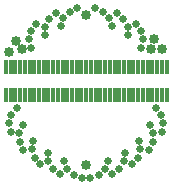
<source format=gts>
G75*
%MOIN*%
%OFA0B0*%
%FSLAX25Y25*%
%IPPOS*%
%LPD*%
%AMOC8*
5,1,8,0,0,1.08239X$1,22.5*
%
%ADD10C,0.03353*%
%ADD11R,0.01187X0.04888*%
%ADD12C,0.02500*%
D10*
X0054596Y0034911D03*
X0033258Y0073494D03*
X0031171Y0076250D03*
X0028967Y0072667D03*
X0054596Y0084911D03*
X0077037Y0077037D03*
X0076250Y0073494D03*
X0079793Y0073494D03*
D11*
X0079793Y0067470D03*
X0081368Y0067470D03*
X0078219Y0067470D03*
X0076644Y0067470D03*
X0075069Y0067470D03*
X0073494Y0067470D03*
X0071919Y0067470D03*
X0070344Y0067470D03*
X0068770Y0067470D03*
X0067195Y0067470D03*
X0065620Y0067470D03*
X0064045Y0067470D03*
X0062470Y0067470D03*
X0060896Y0067470D03*
X0059321Y0067470D03*
X0057746Y0067470D03*
X0056171Y0067470D03*
X0054596Y0067470D03*
X0053022Y0067470D03*
X0051447Y0067470D03*
X0049872Y0067470D03*
X0048297Y0067470D03*
X0046722Y0067470D03*
X0045148Y0067470D03*
X0043573Y0067470D03*
X0041998Y0067470D03*
X0040423Y0067470D03*
X0038848Y0067470D03*
X0037274Y0067470D03*
X0035699Y0067470D03*
X0034124Y0067470D03*
X0032549Y0067470D03*
X0030974Y0067470D03*
X0029400Y0067470D03*
X0027825Y0067470D03*
X0027825Y0058258D03*
X0029400Y0058258D03*
X0030974Y0058258D03*
X0032549Y0058258D03*
X0034124Y0058258D03*
X0035699Y0058258D03*
X0037274Y0058258D03*
X0038848Y0058258D03*
X0040423Y0058258D03*
X0041998Y0058258D03*
X0043573Y0058258D03*
X0045148Y0058258D03*
X0046722Y0058258D03*
X0048297Y0058258D03*
X0049872Y0058258D03*
X0051447Y0058258D03*
X0053022Y0058258D03*
X0054596Y0058258D03*
X0056171Y0058258D03*
X0057746Y0058258D03*
X0059321Y0058258D03*
X0060896Y0058258D03*
X0062470Y0058258D03*
X0064045Y0058258D03*
X0065620Y0058258D03*
X0067195Y0058258D03*
X0068770Y0058258D03*
X0070344Y0058258D03*
X0071919Y0058258D03*
X0073494Y0058258D03*
X0075069Y0058258D03*
X0076644Y0058258D03*
X0078219Y0058258D03*
X0079793Y0058258D03*
X0081368Y0058258D03*
D12*
X0033568Y0039913D03*
X0032384Y0042555D03*
X0032280Y0045477D03*
X0033492Y0048126D03*
X0029559Y0051711D03*
X0031415Y0053957D03*
X0028904Y0048862D03*
X0029363Y0046004D03*
X0036522Y0040159D03*
X0037006Y0043032D03*
X0037379Y0037364D03*
X0039205Y0035118D03*
X0041995Y0036121D03*
X0043546Y0033643D03*
X0045892Y0031946D03*
X0048327Y0033636D03*
X0050467Y0031644D03*
X0053172Y0030612D03*
X0056021Y0030612D03*
X0058726Y0031644D03*
X0060866Y0033636D03*
X0061882Y0036366D03*
X0063301Y0031946D03*
X0065647Y0033643D03*
X0067198Y0036121D03*
X0067473Y0039021D03*
X0069988Y0035118D03*
X0071814Y0037364D03*
X0072671Y0040159D03*
X0072187Y0043032D03*
X0075625Y0039913D03*
X0076809Y0042555D03*
X0076913Y0045477D03*
X0075701Y0048126D03*
X0079830Y0046004D03*
X0080289Y0048862D03*
X0079634Y0051711D03*
X0077778Y0053957D03*
X0072994Y0073880D03*
X0073629Y0076723D03*
X0072919Y0079559D03*
X0071213Y0081898D03*
X0068374Y0081043D03*
X0066955Y0083598D03*
X0064701Y0085416D03*
X0062181Y0083855D03*
X0063053Y0081076D03*
X0060148Y0085956D03*
X0057501Y0087129D03*
X0051692Y0087129D03*
X0049045Y0085956D03*
X0047012Y0083855D03*
X0046140Y0081076D03*
X0044492Y0085416D03*
X0042238Y0083598D03*
X0040819Y0081043D03*
X0040695Y0078132D03*
X0037980Y0081898D03*
X0036274Y0079559D03*
X0035564Y0076723D03*
X0036199Y0073880D03*
X0068497Y0078132D03*
X0041720Y0039021D03*
X0047311Y0036366D03*
M02*

</source>
